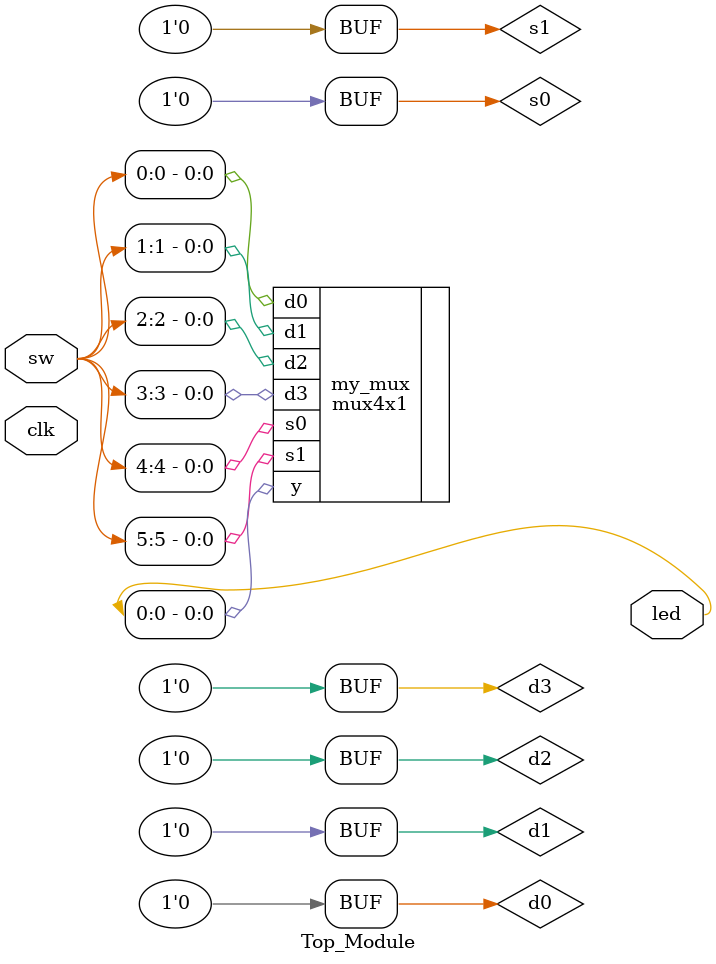
<source format=v>
`timescale 1ns / 1ps


module Top_Module (
    input wire clk,            // Clock input (currently unused)
    input wire [15:0] sw,      // 16 switches for inputs
    output wire [15:0] led     // 16 LEDs for outputs
);

    // Internal wires for MUX connections
    wire d0, d1, d2, d3;
    wire s0, s1;
    wire y;

    // Default values to avoid unknown states
    assign d0 = 1'b0;
    assign d1 = 1'b0;
    assign d2 = 1'b0;
    assign d3 = 1'b0;
    assign s0 = 1'b0;
    assign s1 = 1'b0;

    // Instantiate the 4x1 MUX
    mux4x1 my_mux (
        .d0(sw[0]),      // Connect sw[0] to d0
        .d1(sw[1]),      // Connect sw[1] to d1
        .d2(sw[2]),      // Connect sw[2] to d2
        .d3(sw[3]),      // Connect sw[3] to d3
        .s0(sw[4]),      // Connect sw[4] to s0
        .s1(sw[5]),      // Connect sw[5] to s1
        .y(led[0])       // Connect output of MUX to led[0]
    );

endmodule



</source>
